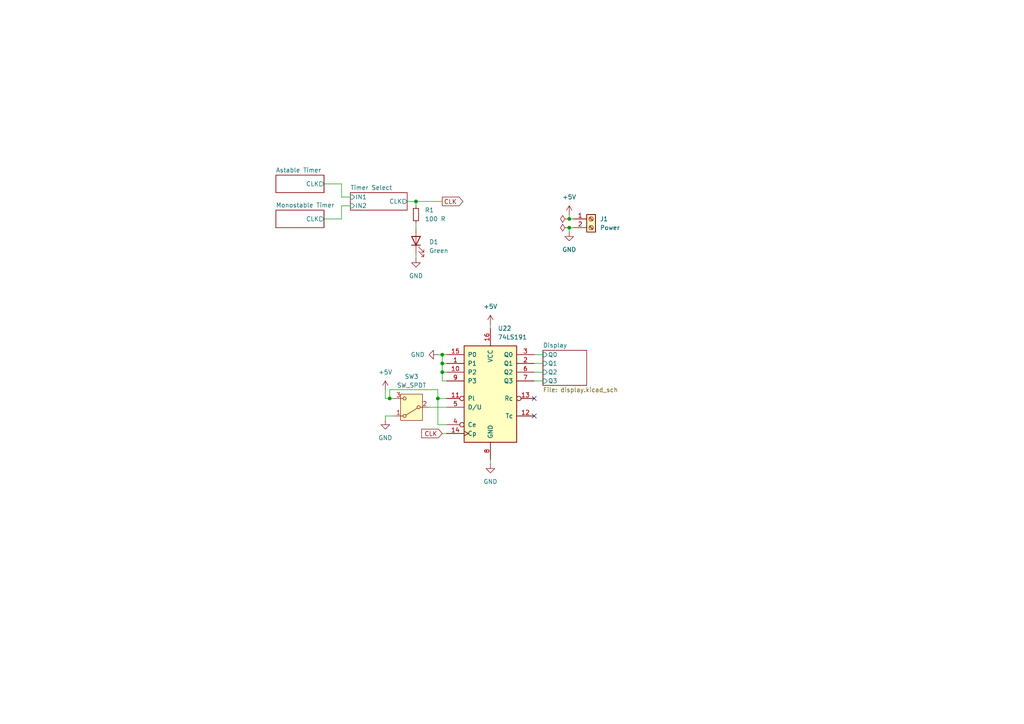
<source format=kicad_sch>
(kicad_sch (version 20250114) (generator "eeschema") (generator_version "9.0")
  (paper "A4")
  (lib_symbols
    (symbol "74xx:74LS191" (pin_names (offset 1.016))
      (property "Reference" "U" (at -7.62 13.97 0))
      (property "Value" "74LS191" (at -7.62 -16.51 0))
      (symbol "74LS191_1_0"
        (pin input line (at -12.7 10.16 0) (length 5.08) (name "P0") (number "15"))
        (pin input line (at -12.7 7.62 0) (length 5.08) (name "P1") (number "1"))
        (pin input line (at -12.7 5.08 0) (length 5.08) (name "P2") (number "10"))
        (pin input line (at -12.7 2.54 0) (length 5.08) (name "P3") (number "9"))
        (pin input inverted (at -12.7 -2.54 0) (length 5.08) (name "Pl") (number "11"))
        (pin input line (at -12.7 -5.08 0) (length 5.08) (name "D/U") (number "5"))
        (pin input inverted (at -12.7 -10.16 0) (length 5.08) (name "Ce") (number "4"))
        (pin input clock (at -12.7 -12.7 0) (length 5.08) (name "Cp") (number "14"))
        (pin power_in line (at 0 17.78 270) (length 5.08) (name "VCC") (number "16"))
        (pin power_in line (at 0 -20.32 90) (length 5.08) (name "GND") (number "8"))
        (pin output line (at 12.7 10.16 180) (length 5.08) (name "Q0") (number "3"))
        (pin output line (at 12.7 7.62 180) (length 5.08) (name "Q1") (number "2"))
        (pin output line (at 12.7 5.08 180) (length 5.08) (name "Q2") (number "6"))
        (pin output line (at 12.7 2.54 180) (length 5.08) (name "Q3") (number "7"))
        (pin output inverted (at 12.7 -2.54 180) (length 5.08) (name "Rc") (number "13"))
        (pin output line (at 12.7 -7.62 180) (length 5.08) (name "Tc") (number "12"))
      )
      (symbol "74LS191_1_1"
        (rectangle (start -7.62 12.7) (end 7.62 -15.24) (stroke (width 0.254)) (fill (type background)))
      )
    )
    (symbol "Connector:Screw_Terminal_01x02" (pin_names (offset 1.016) (hide yes))
      (property "Reference" "J" (at 0 2.54 0))
      (property "Value" "Screw_Terminal_01x02" (at 0 -5.08 0))
      (symbol "Screw_Terminal_01x02_1_1"
        (rectangle (start -1.27 1.27) (end 1.27 -3.81) (stroke (width 0.254)) (fill (type background)))
        (polyline (pts (xy -0.5334 0.3302) (xy 0.3302 -0.508)) (stroke (width 0.1524)))
        (polyline (pts (xy -0.5334 -2.2098) (xy 0.3302 -3.048)) (stroke (width 0.1524)))
        (polyline (pts (xy -0.3556 0.508) (xy 0.508 -0.3302)) (stroke (width 0.1524)))
        (polyline (pts (xy -0.3556 -2.032) (xy 0.508 -2.8702)) (stroke (width 0.1524)))
        (circle (center 0 0) (radius 0.635) (stroke (width 0.1524)))
        (circle (center 0 -2.54) (radius 0.635) (stroke (width 0.1524)))
        (pin passive line (at -5.08 0 0) (length 3.81) (name "Pin_1") (number "1"))
        (pin passive line (at -5.08 -2.54 0) (length 3.81) (name "Pin_2") (number "2"))
      )
    )
    (symbol "Device:LED" (pin_numbers (hide yes)) (pin_names (offset 1.016) (hide yes))
      (property "Reference" "D" (at 0 2.54 0))
      (property "Value" "LED" (at 0 -2.54 0))
      (symbol "LED_0_1"
        (polyline (pts (xy -3.048 -0.762) (xy -4.572 -2.286) (xy -3.81 -2.286) (xy -4.572 -2.286) (xy -4.572 -1.524)))
        (polyline (pts (xy -1.778 -0.762) (xy -3.302 -2.286) (xy -2.54 -2.286) (xy -3.302 -2.286) (xy -3.302 -1.524)))
        (polyline (pts (xy -1.27 0) (xy 1.27 0)))
        (polyline (pts (xy -1.27 -1.27) (xy -1.27 1.27)) (stroke (width 0.254)))
        (polyline (pts (xy 1.27 -1.27) (xy 1.27 1.27) (xy -1.27 0) (xy 1.27 -1.27)) (stroke (width 0.254)))
      )
      (symbol "LED_1_1"
        (pin passive line (at -3.81 0 0) (length 2.54) (name "K") (number "1"))
        (pin passive line (at 3.81 0 180) (length 2.54) (name "A") (number "2"))
      )
    )
    (symbol "Device:R_Small" (pin_numbers (hide yes)) (pin_names (offset 0.254) (hide yes))
      (property "Reference" "R" (at 0.762 0.508 0))
      (property "Value" "R_Small" (at 0.762 -1.016 0))
      (symbol "R_Small_0_1"
        (rectangle (start -0.762 1.778) (end 0.762 -1.778) (stroke (width 0.2032)))
      )
      (symbol "R_Small_1_1"
        (pin passive line (at 0 2.54 270) (length 0.762) (name "~") (number "1"))
        (pin passive line (at 0 -2.54 90) (length 0.762) (name "~") (number "2"))
      )
    )
    (symbol "Switch:SW_SPDT" (pin_names (offset 0) (hide yes))
      (property "Reference" "SW" (at 0 5.08 0))
      (property "Value" "SW_SPDT" (at 0 -5.08 0))
      (symbol "SW_SPDT_0_1"
        (circle (center -2.032 0) (radius 0.4572))
        (polyline (pts (xy -1.651 0.254) (xy 1.651 2.286)))
        (circle (center 2.032 2.54) (radius 0.4572))
        (circle (center 2.032 -2.54) (radius 0.4572))
      )
      (symbol "SW_SPDT_1_1"
        (rectangle (start -3.175 3.81) (end 3.175 -3.81) (fill (type background)))
        (pin passive line (at -5.08 0 0) (length 2.54) (name "B") (number "2"))
        (pin passive line (at 5.08 2.54 180) (length 2.54) (name "A") (number "1"))
        (pin passive line (at 5.08 -2.54 180) (length 2.54) (name "C") (number "3"))
      )
    )
    (symbol "power:+5V" (power) (pin_numbers (hide yes)) (pin_names (offset 0) (hide yes))
      (property "Value" "+5V" (at 0 3.556 0))
      (symbol "+5V_0_1"
        (polyline (pts (xy -0.762 1.27) (xy 0 2.54)))
        (polyline (pts (xy 0 2.54) (xy 0.762 1.27)))
        (polyline (pts (xy 0 0) (xy 0 2.54)))
      )
      (symbol "+5V_1_1"
        (pin power_in line (at 0 0 90) (length 0) (name "~") (number "1"))
      )
    )
    (symbol "power:GND" (power) (pin_numbers (hide yes)) (pin_names (offset 0) (hide yes))
      (property "Value" "GND" (at 0 -3.81 0))
      (symbol "GND_0_1"
        (polyline (pts (xy 0 0) (xy 0 -1.27) (xy 1.27 -1.27) (xy 0 -2.54) (xy -1.27 -1.27) (xy 0 -1.27)))
      )
      (symbol "GND_1_1"
        (pin power_in line (at 0 0 270) (length 0) (name "~") (number "1"))
      )
    )
    (symbol "power:PWR_FLAG" (power) (pin_numbers (hide yes)) (pin_names (offset 0) (hide yes))
      (property "Value" "PWR_FLAG" (at 0 3.81 0))
      (symbol "PWR_FLAG_0_0"
        (pin power_out line (at 0 0 90) (length 0) (name "~") (number "1"))
      )
      (symbol "PWR_FLAG_0_1"
        (polyline (pts (xy 0 0) (xy 0 1.27) (xy -1.016 1.905) (xy 0 2.54) (xy 1.016 1.905) (xy 0 1.27)))
      )
    )
  )
  (junction (at 120.65 58.42))
  (junction (at 165.1 63.5))
  (junction (at 113.03 115.57))
  (junction (at 128.27 105.41))
  (junction (at 128.27 102.87))
  (junction (at 127 115.57))
  (junction (at 165.1 66.04))
  (junction (at 128.27 107.95))
  (no_connect (at 154.94 115.57))
  (no_connect (at 154.94 120.65))
  (wire (pts (xy 93.98 53.34) (xy 99.06 53.34)))
  (wire (pts (xy 154.94 107.95) (xy 157.48 107.95)))
  (wire (pts (xy 128.27 107.95) (xy 128.27 110.49)))
  (wire (pts (xy 128.27 125.73) (xy 129.54 125.73)))
  (wire (pts (xy 127 113.03) (xy 113.03 113.03)))
  (wire (pts (xy 129.54 110.49) (xy 128.27 110.49)))
  (wire (pts (xy 120.65 58.42) (xy 128.27 58.42)))
  (wire (pts (xy 165.1 63.5) (xy 165.1 62.23)))
  (wire (pts (xy 142.24 93.98) (xy 142.24 95.25)))
  (wire (pts (xy 128.27 107.95) (xy 129.54 107.95)))
  (wire (pts (xy 154.94 110.49) (xy 157.48 110.49)))
  (wire (pts (xy 128.27 102.87) (xy 128.27 105.41)))
  (wire (pts (xy 127 115.57) (xy 129.54 115.57)))
  (wire (pts (xy 99.06 53.34) (xy 99.06 57.15)))
  (wire (pts (xy 120.65 64.77) (xy 120.65 66.04)))
  (wire (pts (xy 165.1 66.04) (xy 165.1 67.31)))
  (wire (pts (xy 120.65 58.42) (xy 118.11 58.42)))
  (wire (pts (xy 99.06 63.5) (xy 99.06 59.69)))
  (wire (pts (xy 127 115.57) (xy 127 123.19)))
  (wire (pts (xy 111.76 120.65) (xy 114.3 120.65)))
  (wire (pts (xy 120.65 73.66) (xy 120.65 74.93)))
  (wire (pts (xy 113.03 115.57) (xy 114.3 115.57)))
  (wire (pts (xy 93.98 63.5) (xy 99.06 63.5)))
  (wire (pts (xy 127 102.87) (xy 128.27 102.87)))
  (wire (pts (xy 99.06 57.15) (xy 101.6 57.15)))
  (wire (pts (xy 166.37 66.04) (xy 165.1 66.04)))
  (wire (pts (xy 99.06 59.69) (xy 101.6 59.69)))
  (wire (pts (xy 142.24 133.35) (xy 142.24 134.62)))
  (wire (pts (xy 166.37 63.5) (xy 165.1 63.5)))
  (wire (pts (xy 128.27 105.41) (xy 128.27 107.95)))
  (wire (pts (xy 111.76 115.57) (xy 113.03 115.57)))
  (wire (pts (xy 113.03 113.03) (xy 113.03 115.57)))
  (wire (pts (xy 128.27 105.41) (xy 129.54 105.41)))
  (wire (pts (xy 127 113.03) (xy 127 115.57)))
  (wire (pts (xy 154.94 105.41) (xy 157.48 105.41)))
  (wire (pts (xy 127 123.19) (xy 129.54 123.19)))
  (wire (pts (xy 111.76 121.92) (xy 111.76 120.65)))
  (wire (pts (xy 120.65 58.42) (xy 120.65 59.69)))
  (wire (pts (xy 128.27 102.87) (xy 129.54 102.87)))
  (wire (pts (xy 154.94 102.87) (xy 157.48 102.87)))
  (wire (pts (xy 124.46 118.11) (xy 129.54 118.11)))
  (wire (pts (xy 111.76 113.03) (xy 111.76 115.57)))
  (global_label "CLK" (shape input) (at 128.27 125.73 180) (property "Intersheetrefs" "${INTERSHEET_REFS}" (effects (hide yes))))
  (global_label "CLK" (shape output) (at 128.27 58.42 0) (property "Intersheetrefs" "${INTERSHEET_REFS}" (effects (hide yes))))
  (symbol (lib_id "Connector:Screw_Terminal_01x02") (at 171.45 63.5 0) (unit 1)
    (property "Reference" "J1" (at 173.99 63.4999 0) (effects (justify left)))
    (property "Value" "Power" (at 173.99 66.0399 0) (effects (justify left)))
    (property "Footprint" "TerminalBlock_4Ucon:TerminalBlock_4Ucon_1x02_P3.50mm_Horizontal" (effects (hide yes)))
    (property "Description" "Generic screw terminal, single row, 01x02, script generated (kicad-library-utils/schlib/autogen/connector/)" (effects (hide yes)))
  )
  (symbol (lib_id "power:+5V") (at 142.24 93.98 0) (unit 1)
    (property "Reference" "#PWR052" (effects (hide yes)))
    (property "Value" "+5V" (at 142.24 88.9 0))
    (property "Description" "Power symbol creates a global label with name \"+5V\"" (effects (hide yes)))
  )
  (symbol (lib_id "Device:R_Small") (at 120.65 62.23 0) (unit 1)
    (property "Reference" "R1" (at 123.19 60.9599 0) (effects (justify left)))
    (property "Value" "100 R" (at 123.19 63.4999 0) (effects (justify left)))
    (property "Footprint" "Resistor_THT:R_Axial_DIN0207_L6.3mm_D2.5mm_P10.16mm_Horizontal" (effects (hide yes)))
    (property "Description" "Resistor, small symbol" (effects (hide yes)))
  )
  (symbol (lib_id "74xx:74LS191") (at 142.24 113.03 0) (unit 1)
    (property "Reference" "U22" (at 144.3833 95.25 0) (effects (justify left)))
    (property "Value" "74LS191" (at 144.3833 97.79 0) (effects (justify left)))
    (property "Footprint" "Package_DIP:DIP-16_W7.62mm_Socket" (effects (hide yes)))
    (property "Datasheet" "http://www.ti.com/lit/gpn/sn74LS191" (effects (hide yes)))
    (property "Description" "4-bit Synchronous Up/Down binary Counter" (effects (hide yes)))
  )
  (symbol (lib_id "power:GND") (at 120.65 74.93 0) (unit 1)
    (property "Reference" "#PWR03" (effects (hide yes)))
    (property "Value" "GND" (at 120.65 80.01 0))
    (property "Description" "Power symbol creates a global label with name \"GND\" , ground" (effects (hide yes)))
  )
  (symbol (lib_id "power:GND") (at 165.1 67.31 0) (unit 1)
    (property "Reference" "#PWR02" (effects (hide yes)))
    (property "Value" "GND" (at 165.1 72.39 0))
    (property "Description" "Power symbol creates a global label with name \"GND\" , ground" (effects (hide yes)))
  )
  (symbol (lib_id "power:PWR_FLAG") (at 165.1 63.5 90) (unit 1)
    (property "Reference" "#FLG01" (effects (hide yes)))
    (property "Value" "PWR_FLAG" (effects (hide yes)))
    (property "Description" "Special symbol for telling ERC where power comes from" (effects (hide yes)))
  )
  (symbol (lib_id "Device:LED") (at 120.65 69.85 90) (unit 1)
    (property "Reference" "D1" (at 124.46 70.1674 90) (effects (justify right)))
    (property "Value" "Green" (at 124.46 72.7074 90) (effects (justify right)))
    (property "Footprint" "LED_THT:LED_D5.0mm" (effects (hide yes)))
    (property "Description" "Light emitting diode" (effects (hide yes)))
    (property "Sim.Pins" "1=K 2=A" (effects (hide yes)))
  )
  (symbol (lib_id "power:GND") (at 127 102.87 270) (unit 1)
    (property "Reference" "#PWR057" (effects (hide yes)))
    (property "Value" "GND" (at 123.19 102.8699 90) (effects (justify right)))
    (property "Description" "Power symbol creates a global label with name \"GND\" , ground" (effects (hide yes)))
  )
  (symbol (lib_id "power:PWR_FLAG") (at 165.1 66.04 90) (unit 1)
    (property "Reference" "#FLG02" (effects (hide yes)))
    (property "Value" "PWR_FLAG" (effects (hide yes)))
    (property "Description" "Special symbol for telling ERC where power comes from" (effects (hide yes)))
  )
  (symbol (lib_id "power:GND") (at 142.24 134.62 0) (unit 1)
    (property "Reference" "#PWR053" (effects (hide yes)))
    (property "Value" "GND" (at 142.24 139.7 0))
    (property "Description" "Power symbol creates a global label with name \"GND\" , ground" (effects (hide yes)))
  )
  (symbol (lib_id "Switch:SW_SPDT") (at 119.38 118.11 180) (unit 1)
    (property "Reference" "SW3" (at 119.38 109.22 0))
    (property "Value" "SW_SPDT" (at 119.38 111.76 0))
    (property "Footprint" "Connector_PinHeader_1.27mm:PinHeader_1x03_P1.27mm_Vertical" (effects (hide yes)))
    (property "Description" "Switch, single pole double throw" (effects (hide yes)))
  )
  (symbol (lib_id "power:GND") (at 111.76 121.92 0) (unit 1)
    (property "Reference" "#PWR055" (effects (hide yes)))
    (property "Value" "GND" (at 111.76 127 0))
    (property "Description" "Power symbol creates a global label with name \"GND\" , ground" (effects (hide yes)))
  )
  (symbol (lib_id "power:+5V") (at 165.1 62.23 0) (unit 1)
    (property "Reference" "#PWR01" (effects (hide yes)))
    (property "Value" "+5V" (at 165.1 57.15 0))
    (property "Description" "Power symbol creates a global label with name \"+5V\"" (effects (hide yes)))
  )
  (symbol (lib_id "power:+5V") (at 111.76 113.03 0) (unit 1)
    (property "Reference" "#PWR056" (effects (hide yes)))
    (property "Value" "+5V" (at 111.76 107.95 0))
    (property "Description" "Power symbol creates a global label with name \"+5V\"" (effects (hide yes)))
  )
  (sheet (at 80.01 60.96) (size 13.97 5.08) (stroke (width 0.1524))
    (property "Sheetname" "Monostable Timer" (at 80.01 60.2484 0) (effects (justify left bottom)))
    (property "Sheetfile" "monostable-timer.kicad_sch" (effects (hide yes)))
    (pin "CLK" output (at 93.98 63.5 0))
  )
  (sheet (at 157.48 101.6) (size 12.7 10.16) (stroke (width 0.1524))
    (property "Sheetname" "Display" (at 157.48 100.8884 0) (effects (justify left bottom)))
    (property "Sheetfile" "display.kicad_sch" (at 157.48 112.3446 0) (effects (justify left top)))
    (pin "Q1" input (at 157.48 105.41 180))
    (pin "Q2" input (at 157.48 107.95 180))
    (pin "Q3" input (at 157.48 110.49 180))
    (pin "Q0" input (at 157.48 102.87 180))
  )
  (sheet (at 80.01 50.8) (size 13.97 5.08) (stroke (width 0.1524))
    (property "Sheetname" "Astable Timer" (at 80.01 50.0884 0) (effects (justify left bottom)))
    (property "Sheetfile" "astable-timer.kicad_sch" (effects (hide yes)))
    (pin "CLK" output (at 93.98 53.34 0))
  )
  (sheet (at 101.6 55.88) (size 16.51 5.08) (stroke (width 0.1524))
    (property "Sheetname" "Timer Select" (at 101.6 55.1684 0) (effects (justify left bottom)))
    (property "Sheetfile" "timer-select.kicad_sch" (effects (hide yes)))
    (pin "CLK" output (at 118.11 58.42 0))
    (pin "IN1" input (at 101.6 57.15 180))
    (pin "IN2" input (at 101.6 59.69 180))
  )
)
</source>
